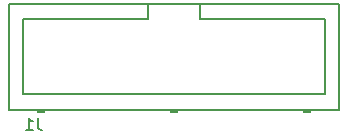
<source format=gbr>
%TF.GenerationSoftware,KiCad,Pcbnew,(6.0.10)*%
%TF.CreationDate,2023-09-11T12:43:08-04:00*%
%TF.ProjectId,pump_board,70756d70-5f62-46f6-9172-642e6b696361,rev?*%
%TF.SameCoordinates,Original*%
%TF.FileFunction,Legend,Bot*%
%TF.FilePolarity,Positive*%
%FSLAX46Y46*%
G04 Gerber Fmt 4.6, Leading zero omitted, Abs format (unit mm)*
G04 Created by KiCad (PCBNEW (6.0.10)) date 2023-09-11 12:43:08*
%MOMM*%
%LPD*%
G01*
G04 APERTURE LIST*
%ADD10C,0.150000*%
G04 APERTURE END LIST*
D10*
%TO.C,J1*%
X88560133Y-294737380D02*
X88560133Y-295451666D01*
X88607752Y-295594523D01*
X88702990Y-295689761D01*
X88845847Y-295737380D01*
X88941085Y-295737380D01*
X87560133Y-295737380D02*
X88131561Y-295737380D01*
X87845847Y-295737380D02*
X87845847Y-294737380D01*
X87941085Y-294880238D01*
X88036323Y-294975476D01*
X88131561Y-295023095D01*
X97891800Y-285085000D02*
X97891800Y-286385000D01*
X88576800Y-294125000D02*
X89076800Y-294125000D01*
X111156800Y-294125000D02*
X111656800Y-294125000D01*
X99866800Y-294125000D02*
X100366800Y-294125000D01*
X87356800Y-286385000D02*
X87356800Y-292725000D01*
X114076800Y-285085000D02*
X86156800Y-285085000D01*
X89076800Y-294225000D02*
X89076800Y-294025000D01*
X114076800Y-294025000D02*
X114076800Y-285085000D01*
X86156800Y-294025000D02*
X114076800Y-294025000D01*
X86156800Y-285085000D02*
X86156800Y-294025000D01*
X88576800Y-294025000D02*
X88576800Y-294225000D01*
X112876800Y-292725000D02*
X112876800Y-286385000D01*
X87356800Y-292725000D02*
X112876800Y-292725000D01*
X102341800Y-286385000D02*
X102341800Y-285085000D01*
X112876800Y-286385000D02*
X102341800Y-286385000D01*
X99866800Y-294225000D02*
X100366800Y-294225000D01*
X99866800Y-294025000D02*
X99866800Y-294225000D01*
X88576800Y-294225000D02*
X89076800Y-294225000D01*
X100366800Y-294225000D02*
X100366800Y-294025000D01*
X97891800Y-286385000D02*
X87356800Y-286385000D01*
X111156800Y-294225000D02*
X111656800Y-294225000D01*
X111156800Y-294025000D02*
X111156800Y-294225000D01*
X111656800Y-294225000D02*
X111656800Y-294025000D01*
%TD*%
M02*

</source>
